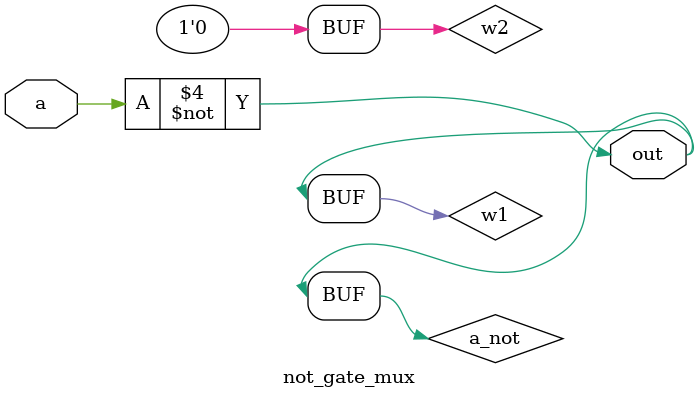
<source format=v>
`timescale 1ns / 1ps


module not_gate_mux(input a,output out );
wire a_not,w1,w2;
not(a_not,a);
and(w1,a_not,1'b1);
and(w2,a,1'b0);
or(out,w1,w2);
endmodule

</source>
